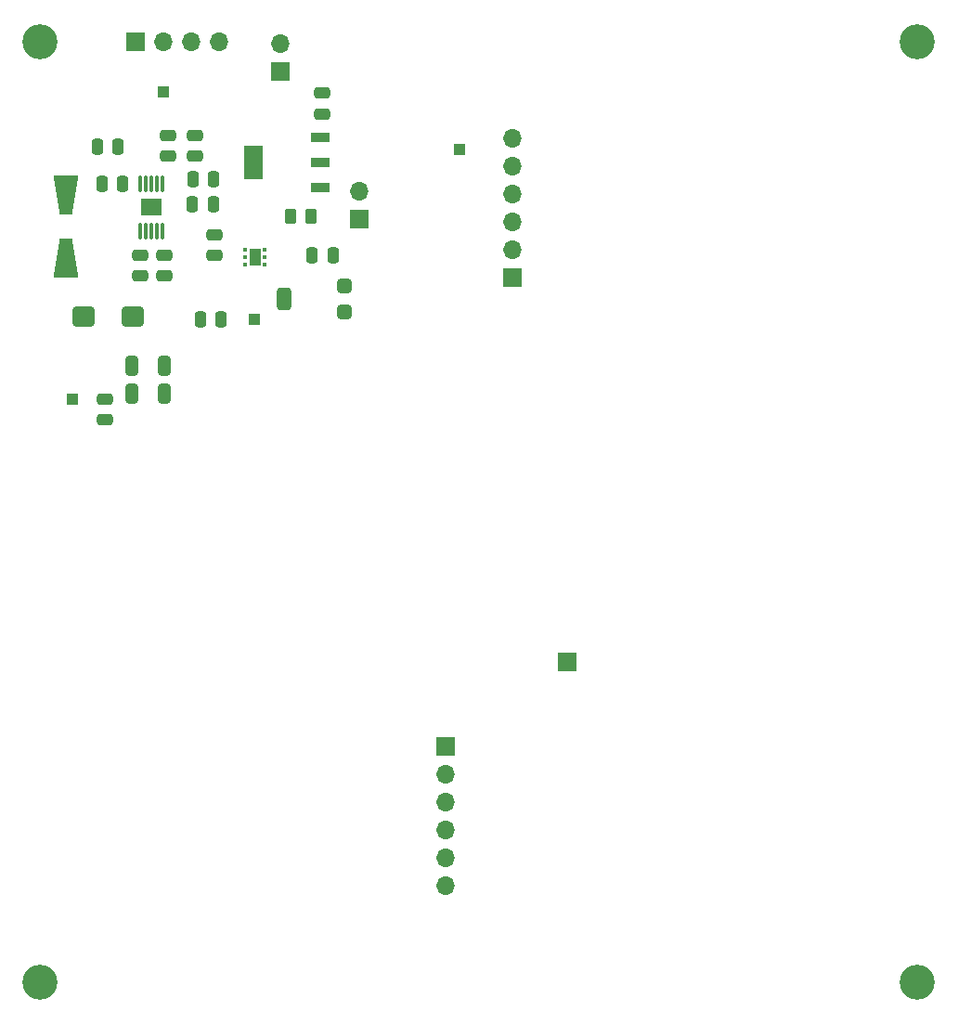
<source format=gbr>
%TF.GenerationSoftware,KiCad,Pcbnew,8.0.8+dfsg-1*%
%TF.CreationDate,2025-07-13T00:35:59+05:30*%
%TF.ProjectId,sanket,73616e6b-6574-42e6-9b69-6361645f7063,4.1*%
%TF.SameCoordinates,Original*%
%TF.FileFunction,Soldermask,Bot*%
%TF.FilePolarity,Negative*%
%FSLAX46Y46*%
G04 Gerber Fmt 4.6, Leading zero omitted, Abs format (unit mm)*
G04 Created by KiCad (PCBNEW 8.0.8+dfsg-1) date 2025-07-13 00:35:59*
%MOMM*%
%LPD*%
G01*
G04 APERTURE LIST*
G04 Aperture macros list*
%AMRoundRect*
0 Rectangle with rounded corners*
0 $1 Rounding radius*
0 $2 $3 $4 $5 $6 $7 $8 $9 X,Y pos of 4 corners*
0 Add a 4 corners polygon primitive as box body*
4,1,4,$2,$3,$4,$5,$6,$7,$8,$9,$2,$3,0*
0 Add four circle primitives for the rounded corners*
1,1,$1+$1,$2,$3*
1,1,$1+$1,$4,$5*
1,1,$1+$1,$6,$7*
1,1,$1+$1,$8,$9*
0 Add four rect primitives between the rounded corners*
20,1,$1+$1,$2,$3,$4,$5,0*
20,1,$1+$1,$4,$5,$6,$7,0*
20,1,$1+$1,$6,$7,$8,$9,0*
20,1,$1+$1,$8,$9,$2,$3,0*%
%AMOutline4P*
0 Free polygon, 4 corners , with rotation*
0 The origin of the aperture is its center*
0 number of corners: always 4*
0 $1 to $8 corner X, Y*
0 $9 Rotation angle, in degrees counterclockwise*
0 create outline with 4 corners*
4,1,4,$1,$2,$3,$4,$5,$6,$7,$8,$1,$2,$9*%
G04 Aperture macros list end*
%ADD10R,1.000000X1.000000*%
%ADD11R,1.700000X1.700000*%
%ADD12O,1.700000X1.700000*%
%ADD13C,3.200000*%
%ADD14RoundRect,0.250000X0.250000X0.475000X-0.250000X0.475000X-0.250000X-0.475000X0.250000X-0.475000X0*%
%ADD15RoundRect,0.250000X0.475000X-0.250000X0.475000X0.250000X-0.475000X0.250000X-0.475000X-0.250000X0*%
%ADD16RoundRect,0.250000X-0.750000X-0.650000X0.750000X-0.650000X0.750000X0.650000X-0.750000X0.650000X0*%
%ADD17RoundRect,0.250000X-0.250000X-0.475000X0.250000X-0.475000X0.250000X0.475000X-0.250000X0.475000X0*%
%ADD18RoundRect,0.250000X-0.475000X0.250000X-0.475000X-0.250000X0.475000X-0.250000X0.475000X0.250000X0*%
%ADD19Outline4P,-1.800000X-1.150000X1.800000X-0.550000X1.800000X0.550000X-1.800000X1.150000X90.000000*%
%ADD20Outline4P,-1.800000X-1.150000X1.800000X-0.550000X1.800000X0.550000X-1.800000X1.150000X270.000000*%
%ADD21RoundRect,0.250000X-0.262500X-0.450000X0.262500X-0.450000X0.262500X0.450000X-0.262500X0.450000X0*%
%ADD22RoundRect,0.250000X0.325000X0.650000X-0.325000X0.650000X-0.325000X-0.650000X0.325000X-0.650000X0*%
%ADD23RoundRect,0.093750X0.093750X0.106250X-0.093750X0.106250X-0.093750X-0.106250X0.093750X-0.106250X0*%
%ADD24R,1.000000X1.600000*%
%ADD25R,1.761200X0.850800*%
%ADD26R,1.761200X3.150799*%
%ADD27RoundRect,0.075000X-0.075000X0.650000X-0.075000X-0.650000X0.075000X-0.650000X0.075000X0.650000X0*%
%ADD28R,1.880000X1.570000*%
%ADD29RoundRect,0.250000X0.400000X-0.400000X0.400000X0.400000X-0.400000X0.400000X-0.400000X-0.400000X0*%
%ADD30RoundRect,0.250000X0.400000X-0.750000X0.400000X0.750000X-0.400000X0.750000X-0.400000X-0.750000X0*%
G04 APERTURE END LIST*
D10*
%TO.C,TP4*%
X105216100Y-86955000D03*
%TD*%
%TO.C,TP1*%
X140483900Y-64204600D03*
%TD*%
D11*
%TO.C,J2*%
X124177100Y-57092600D03*
D12*
X124177100Y-54552600D03*
%TD*%
D11*
%TO.C,J6*%
X150339100Y-110940600D03*
%TD*%
D10*
%TO.C,TP3*%
X121789500Y-79647800D03*
%TD*%
D13*
%TO.C,H3*%
X182306100Y-140098600D03*
%TD*%
%TO.C,H1*%
X102296100Y-54368600D03*
%TD*%
%TO.C,H4*%
X102296100Y-140098600D03*
%TD*%
%TO.C,H2*%
X182306100Y-54368600D03*
%TD*%
D11*
%TO.C,J3*%
X145361100Y-75853600D03*
D12*
X145361100Y-73313600D03*
X145361100Y-70773600D03*
X145361100Y-68233600D03*
X145361100Y-65693600D03*
X145361100Y-63153600D03*
%TD*%
D11*
%TO.C,J1*%
X139240300Y-118616229D03*
D12*
X139240300Y-121156229D03*
X139240300Y-123696229D03*
X139240300Y-126236229D03*
X139240300Y-128776229D03*
X139240300Y-131316229D03*
%TD*%
D10*
%TO.C,TP2*%
X113551100Y-58898600D03*
%TD*%
D14*
%TO.C,C6*%
X109808146Y-67298600D03*
X107908146Y-67298600D03*
%TD*%
D11*
%TO.C,J4*%
X131389100Y-70554600D03*
D12*
X131389100Y-68014600D03*
%TD*%
D15*
%TO.C,R7*%
X116408146Y-64798600D03*
X116408146Y-62898600D03*
%TD*%
D16*
%TO.C,L1*%
X106220346Y-79436600D03*
X110720346Y-79436600D03*
%TD*%
D17*
%TO.C,R8*%
X116181100Y-69183000D03*
X118081100Y-69183000D03*
%TD*%
D18*
%TO.C,C10*%
X118131900Y-71926200D03*
X118131900Y-73826200D03*
%TD*%
D19*
%TO.C,D1*%
X104658146Y-74098600D03*
D20*
X104658146Y-68298600D03*
%TD*%
D11*
%TO.C,J5*%
X110941100Y-54368600D03*
D12*
X113481100Y-54368600D03*
X116021100Y-54368600D03*
X118561100Y-54368600D03*
%TD*%
D21*
%TO.C,R4*%
X125144200Y-70249800D03*
X126969200Y-70249800D03*
%TD*%
D18*
%TO.C,R11*%
X113610700Y-73821000D03*
X113610700Y-75721000D03*
%TD*%
D22*
%TO.C,C7*%
X113612500Y-83915000D03*
X110662500Y-83915000D03*
%TD*%
D23*
%TO.C,U3*%
X122778600Y-73346600D03*
X122778600Y-73996600D03*
X122778600Y-74646600D03*
X121003600Y-74646600D03*
X121003600Y-73996600D03*
X121003600Y-73346600D03*
D24*
X121891100Y-73996600D03*
%TD*%
D14*
%TO.C,C4*%
X118101500Y-66897000D03*
X116201500Y-66897000D03*
%TD*%
D18*
%TO.C,R6*%
X113908146Y-62898600D03*
X113908146Y-64798600D03*
%TD*%
D15*
%TO.C,C9*%
X108162500Y-88815000D03*
X108162500Y-86915000D03*
%TD*%
D17*
%TO.C,C3*%
X107494300Y-63899800D03*
X109394300Y-63899800D03*
%TD*%
D18*
%TO.C,R3*%
X127987100Y-59038200D03*
X127987100Y-60938200D03*
%TD*%
D25*
%TO.C,Q1*%
X127810100Y-63073000D03*
X127810100Y-65373000D03*
X127810100Y-67673000D03*
D26*
X121760100Y-65373000D03*
%TD*%
D27*
%TO.C,U2*%
X111408146Y-67298600D03*
X111908146Y-67298600D03*
X112408146Y-67298600D03*
X112908146Y-67298600D03*
X113408146Y-67298600D03*
X113408146Y-71598600D03*
X112908146Y-71598600D03*
X112408146Y-71598600D03*
X111908146Y-71598600D03*
X111408146Y-71598600D03*
D28*
X112408146Y-69448600D03*
%TD*%
D14*
%TO.C,R9*%
X118777100Y-79698600D03*
X116877100Y-79698600D03*
%TD*%
D29*
%TO.C,RV1*%
X130019100Y-78950600D03*
D30*
X124519100Y-77800600D03*
D29*
X130019100Y-76650600D03*
%TD*%
D22*
%TO.C,C8*%
X113612500Y-86415000D03*
X110662500Y-86415000D03*
%TD*%
D14*
%TO.C,C5*%
X129003100Y-73856600D03*
X127103100Y-73856600D03*
%TD*%
D15*
%TO.C,R10*%
X111426300Y-75721000D03*
X111426300Y-73821000D03*
%TD*%
M02*

</source>
